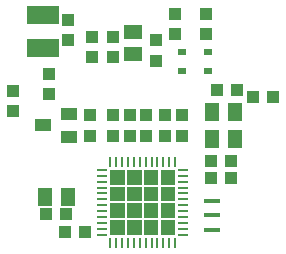
<source format=gbr>
G04 EAGLE Gerber RS-274X export*
G75*
%MOMM*%
%FSLAX34Y34*%
%LPD*%
%INSolderpaste Bottom*%
%IPPOS*%
%AMOC8*
5,1,8,0,0,1.08239X$1,22.5*%
G01*
%ADD10R,1.100000X1.000000*%
%ADD11R,1.300000X1.500000*%
%ADD12R,1.000000X1.100000*%
%ADD13R,1.399997X0.400000*%
%ADD14R,0.812800X0.254000*%
%ADD15R,0.254000X0.812800*%
%ADD16R,1.400000X1.000000*%
%ADD17R,1.500000X1.300000*%
%ADD18R,0.800000X0.500000*%
%ADD19R,2.700000X1.600000*%

G36*
X332441Y281799D02*
X332441Y281799D01*
X332443Y281798D01*
X332486Y281818D01*
X332529Y281836D01*
X332530Y281838D01*
X332532Y281839D01*
X332565Y281924D01*
X332565Y294148D01*
X332564Y294150D01*
X332565Y294152D01*
X332545Y294195D01*
X332526Y294239D01*
X332524Y294239D01*
X332523Y294241D01*
X332439Y294274D01*
X320215Y294274D01*
X320213Y294273D01*
X320210Y294274D01*
X320167Y294254D01*
X320124Y294236D01*
X320123Y294234D01*
X320121Y294233D01*
X320088Y294148D01*
X320088Y281924D01*
X320089Y281922D01*
X320088Y281920D01*
X320108Y281877D01*
X320127Y281833D01*
X320129Y281833D01*
X320130Y281831D01*
X320215Y281798D01*
X332439Y281798D01*
X332441Y281799D01*
G37*
G36*
X360889Y281799D02*
X360889Y281799D01*
X360891Y281798D01*
X360934Y281818D01*
X360977Y281836D01*
X360978Y281838D01*
X360980Y281839D01*
X361013Y281924D01*
X361013Y294148D01*
X361012Y294150D01*
X361013Y294152D01*
X360993Y294195D01*
X360974Y294239D01*
X360972Y294239D01*
X360971Y294241D01*
X360887Y294274D01*
X348663Y294274D01*
X348661Y294273D01*
X348658Y294274D01*
X348615Y294254D01*
X348572Y294236D01*
X348571Y294234D01*
X348569Y294233D01*
X348536Y294148D01*
X348536Y281924D01*
X348537Y281922D01*
X348536Y281920D01*
X348556Y281877D01*
X348575Y281833D01*
X348577Y281833D01*
X348578Y281831D01*
X348663Y281798D01*
X360887Y281798D01*
X360889Y281799D01*
G37*
G36*
X346665Y281799D02*
X346665Y281799D01*
X346667Y281798D01*
X346710Y281818D01*
X346753Y281836D01*
X346754Y281838D01*
X346756Y281839D01*
X346789Y281924D01*
X346789Y294148D01*
X346788Y294150D01*
X346789Y294152D01*
X346769Y294195D01*
X346750Y294239D01*
X346748Y294239D01*
X346747Y294241D01*
X346663Y294274D01*
X334439Y294274D01*
X334437Y294273D01*
X334434Y294274D01*
X334391Y294254D01*
X334348Y294236D01*
X334347Y294234D01*
X334345Y294233D01*
X334312Y294148D01*
X334312Y281924D01*
X334313Y281922D01*
X334312Y281920D01*
X334332Y281877D01*
X334351Y281833D01*
X334353Y281833D01*
X334354Y281831D01*
X334439Y281798D01*
X346663Y281798D01*
X346665Y281799D01*
G37*
G36*
X375113Y281799D02*
X375113Y281799D01*
X375115Y281798D01*
X375158Y281818D01*
X375201Y281836D01*
X375202Y281838D01*
X375204Y281839D01*
X375237Y281924D01*
X375237Y294148D01*
X375236Y294150D01*
X375237Y294152D01*
X375217Y294195D01*
X375198Y294239D01*
X375196Y294239D01*
X375195Y294241D01*
X375111Y294274D01*
X362887Y294274D01*
X362885Y294273D01*
X362882Y294274D01*
X362839Y294254D01*
X362796Y294236D01*
X362795Y294234D01*
X362793Y294233D01*
X362760Y294148D01*
X362760Y281924D01*
X362761Y281922D01*
X362760Y281920D01*
X362780Y281877D01*
X362799Y281833D01*
X362801Y281833D01*
X362802Y281831D01*
X362887Y281798D01*
X375111Y281798D01*
X375113Y281799D01*
G37*
G36*
X360889Y267575D02*
X360889Y267575D01*
X360891Y267574D01*
X360934Y267594D01*
X360977Y267612D01*
X360978Y267614D01*
X360980Y267615D01*
X361013Y267700D01*
X361013Y279924D01*
X361012Y279926D01*
X361013Y279928D01*
X360993Y279971D01*
X360974Y280015D01*
X360972Y280015D01*
X360971Y280017D01*
X360887Y280050D01*
X348663Y280050D01*
X348661Y280049D01*
X348658Y280050D01*
X348615Y280030D01*
X348572Y280012D01*
X348571Y280010D01*
X348569Y280009D01*
X348536Y279924D01*
X348536Y267700D01*
X348537Y267698D01*
X348536Y267696D01*
X348556Y267653D01*
X348575Y267609D01*
X348577Y267609D01*
X348578Y267607D01*
X348663Y267574D01*
X360887Y267574D01*
X360889Y267575D01*
G37*
G36*
X332441Y267575D02*
X332441Y267575D01*
X332443Y267574D01*
X332486Y267594D01*
X332529Y267612D01*
X332530Y267614D01*
X332532Y267615D01*
X332565Y267700D01*
X332565Y279924D01*
X332564Y279926D01*
X332565Y279928D01*
X332545Y279971D01*
X332526Y280015D01*
X332524Y280015D01*
X332523Y280017D01*
X332439Y280050D01*
X320215Y280050D01*
X320213Y280049D01*
X320210Y280050D01*
X320167Y280030D01*
X320124Y280012D01*
X320123Y280010D01*
X320121Y280009D01*
X320088Y279924D01*
X320088Y267700D01*
X320089Y267698D01*
X320088Y267696D01*
X320108Y267653D01*
X320127Y267609D01*
X320129Y267609D01*
X320130Y267607D01*
X320215Y267574D01*
X332439Y267574D01*
X332441Y267575D01*
G37*
G36*
X346665Y267575D02*
X346665Y267575D01*
X346667Y267574D01*
X346710Y267594D01*
X346753Y267612D01*
X346754Y267614D01*
X346756Y267615D01*
X346789Y267700D01*
X346789Y279924D01*
X346788Y279926D01*
X346789Y279928D01*
X346769Y279971D01*
X346750Y280015D01*
X346748Y280015D01*
X346747Y280017D01*
X346663Y280050D01*
X334439Y280050D01*
X334437Y280049D01*
X334434Y280050D01*
X334391Y280030D01*
X334348Y280012D01*
X334347Y280010D01*
X334345Y280009D01*
X334312Y279924D01*
X334312Y267700D01*
X334313Y267698D01*
X334312Y267696D01*
X334332Y267653D01*
X334351Y267609D01*
X334353Y267609D01*
X334354Y267607D01*
X334439Y267574D01*
X346663Y267574D01*
X346665Y267575D01*
G37*
G36*
X375113Y267575D02*
X375113Y267575D01*
X375115Y267574D01*
X375158Y267594D01*
X375201Y267612D01*
X375202Y267614D01*
X375204Y267615D01*
X375237Y267700D01*
X375237Y279924D01*
X375236Y279926D01*
X375237Y279928D01*
X375217Y279971D01*
X375198Y280015D01*
X375196Y280015D01*
X375195Y280017D01*
X375111Y280050D01*
X362887Y280050D01*
X362885Y280049D01*
X362882Y280050D01*
X362839Y280030D01*
X362796Y280012D01*
X362795Y280010D01*
X362793Y280009D01*
X362760Y279924D01*
X362760Y267700D01*
X362761Y267698D01*
X362760Y267696D01*
X362780Y267653D01*
X362799Y267609D01*
X362801Y267609D01*
X362802Y267607D01*
X362887Y267574D01*
X375111Y267574D01*
X375113Y267575D01*
G37*
G36*
X332441Y253351D02*
X332441Y253351D01*
X332443Y253350D01*
X332486Y253370D01*
X332529Y253388D01*
X332530Y253390D01*
X332532Y253391D01*
X332565Y253476D01*
X332565Y265700D01*
X332564Y265702D01*
X332565Y265704D01*
X332545Y265747D01*
X332526Y265791D01*
X332524Y265791D01*
X332523Y265793D01*
X332439Y265826D01*
X320215Y265826D01*
X320213Y265825D01*
X320210Y265826D01*
X320167Y265806D01*
X320124Y265788D01*
X320123Y265786D01*
X320121Y265785D01*
X320088Y265700D01*
X320088Y253476D01*
X320089Y253474D01*
X320088Y253472D01*
X320108Y253429D01*
X320127Y253385D01*
X320129Y253385D01*
X320130Y253383D01*
X320215Y253350D01*
X332439Y253350D01*
X332441Y253351D01*
G37*
G36*
X360889Y253351D02*
X360889Y253351D01*
X360891Y253350D01*
X360934Y253370D01*
X360977Y253388D01*
X360978Y253390D01*
X360980Y253391D01*
X361013Y253476D01*
X361013Y265700D01*
X361012Y265702D01*
X361013Y265704D01*
X360993Y265747D01*
X360974Y265791D01*
X360972Y265791D01*
X360971Y265793D01*
X360887Y265826D01*
X348663Y265826D01*
X348661Y265825D01*
X348658Y265826D01*
X348615Y265806D01*
X348572Y265788D01*
X348571Y265786D01*
X348569Y265785D01*
X348536Y265700D01*
X348536Y253476D01*
X348537Y253474D01*
X348536Y253472D01*
X348556Y253429D01*
X348575Y253385D01*
X348577Y253385D01*
X348578Y253383D01*
X348663Y253350D01*
X360887Y253350D01*
X360889Y253351D01*
G37*
G36*
X346665Y253351D02*
X346665Y253351D01*
X346667Y253350D01*
X346710Y253370D01*
X346753Y253388D01*
X346754Y253390D01*
X346756Y253391D01*
X346789Y253476D01*
X346789Y265700D01*
X346788Y265702D01*
X346789Y265704D01*
X346769Y265747D01*
X346750Y265791D01*
X346748Y265791D01*
X346747Y265793D01*
X346663Y265826D01*
X334439Y265826D01*
X334437Y265825D01*
X334434Y265826D01*
X334391Y265806D01*
X334348Y265788D01*
X334347Y265786D01*
X334345Y265785D01*
X334312Y265700D01*
X334312Y253476D01*
X334313Y253474D01*
X334312Y253472D01*
X334332Y253429D01*
X334351Y253385D01*
X334353Y253385D01*
X334354Y253383D01*
X334439Y253350D01*
X346663Y253350D01*
X346665Y253351D01*
G37*
G36*
X375113Y253351D02*
X375113Y253351D01*
X375115Y253350D01*
X375158Y253370D01*
X375201Y253388D01*
X375202Y253390D01*
X375204Y253391D01*
X375237Y253476D01*
X375237Y265700D01*
X375236Y265702D01*
X375237Y265704D01*
X375217Y265747D01*
X375198Y265791D01*
X375196Y265791D01*
X375195Y265793D01*
X375111Y265826D01*
X362887Y265826D01*
X362885Y265825D01*
X362882Y265826D01*
X362839Y265806D01*
X362796Y265788D01*
X362795Y265786D01*
X362793Y265785D01*
X362760Y265700D01*
X362760Y253476D01*
X362761Y253474D01*
X362760Y253472D01*
X362780Y253429D01*
X362799Y253385D01*
X362801Y253385D01*
X362802Y253383D01*
X362887Y253350D01*
X375111Y253350D01*
X375113Y253351D01*
G37*
G36*
X346665Y239127D02*
X346665Y239127D01*
X346667Y239126D01*
X346710Y239146D01*
X346753Y239164D01*
X346754Y239166D01*
X346756Y239167D01*
X346789Y239252D01*
X346789Y251476D01*
X346788Y251478D01*
X346789Y251480D01*
X346769Y251523D01*
X346750Y251567D01*
X346748Y251567D01*
X346747Y251569D01*
X346663Y251602D01*
X334439Y251602D01*
X334437Y251601D01*
X334434Y251602D01*
X334391Y251582D01*
X334348Y251564D01*
X334347Y251562D01*
X334345Y251561D01*
X334312Y251476D01*
X334312Y239252D01*
X334313Y239250D01*
X334312Y239248D01*
X334332Y239205D01*
X334351Y239161D01*
X334353Y239161D01*
X334354Y239159D01*
X334439Y239126D01*
X346663Y239126D01*
X346665Y239127D01*
G37*
G36*
X360889Y239127D02*
X360889Y239127D01*
X360891Y239126D01*
X360934Y239146D01*
X360977Y239164D01*
X360978Y239166D01*
X360980Y239167D01*
X361013Y239252D01*
X361013Y251476D01*
X361012Y251478D01*
X361013Y251480D01*
X360993Y251523D01*
X360974Y251567D01*
X360972Y251567D01*
X360971Y251569D01*
X360887Y251602D01*
X348663Y251602D01*
X348661Y251601D01*
X348658Y251602D01*
X348615Y251582D01*
X348572Y251564D01*
X348571Y251562D01*
X348569Y251561D01*
X348536Y251476D01*
X348536Y239252D01*
X348537Y239250D01*
X348536Y239248D01*
X348556Y239205D01*
X348575Y239161D01*
X348577Y239161D01*
X348578Y239159D01*
X348663Y239126D01*
X360887Y239126D01*
X360889Y239127D01*
G37*
G36*
X375113Y239127D02*
X375113Y239127D01*
X375115Y239126D01*
X375158Y239146D01*
X375201Y239164D01*
X375202Y239166D01*
X375204Y239167D01*
X375237Y239252D01*
X375237Y251476D01*
X375236Y251478D01*
X375237Y251480D01*
X375217Y251523D01*
X375198Y251567D01*
X375196Y251567D01*
X375195Y251569D01*
X375111Y251602D01*
X362887Y251602D01*
X362885Y251601D01*
X362882Y251602D01*
X362839Y251582D01*
X362796Y251564D01*
X362795Y251562D01*
X362793Y251561D01*
X362760Y251476D01*
X362760Y239252D01*
X362761Y239250D01*
X362760Y239248D01*
X362780Y239205D01*
X362799Y239161D01*
X362801Y239161D01*
X362802Y239159D01*
X362887Y239126D01*
X375111Y239126D01*
X375113Y239127D01*
G37*
G36*
X332441Y239127D02*
X332441Y239127D01*
X332443Y239126D01*
X332486Y239146D01*
X332529Y239164D01*
X332530Y239166D01*
X332532Y239167D01*
X332565Y239252D01*
X332565Y251476D01*
X332564Y251478D01*
X332565Y251480D01*
X332545Y251523D01*
X332526Y251567D01*
X332524Y251567D01*
X332523Y251569D01*
X332439Y251602D01*
X320215Y251602D01*
X320213Y251601D01*
X320210Y251602D01*
X320167Y251582D01*
X320124Y251564D01*
X320123Y251562D01*
X320121Y251561D01*
X320088Y251476D01*
X320088Y239252D01*
X320089Y239250D01*
X320088Y239248D01*
X320108Y239205D01*
X320127Y239161D01*
X320129Y239161D01*
X320130Y239159D01*
X320215Y239126D01*
X332439Y239126D01*
X332441Y239127D01*
G37*
D10*
X422838Y287338D03*
X405838Y287338D03*
D11*
X406425Y320675D03*
X425425Y320675D03*
D12*
X282013Y241300D03*
X299013Y241300D03*
D13*
X406400Y267587D03*
X406400Y255588D03*
X406400Y243588D03*
D10*
X457763Y355600D03*
X440763Y355600D03*
X422838Y301625D03*
X405838Y301625D03*
X283138Y257175D03*
X266138Y257175D03*
D11*
X265138Y271463D03*
X284138Y271463D03*
D10*
X238125Y360925D03*
X238125Y343925D03*
D11*
X406425Y342900D03*
X425425Y342900D03*
D12*
X427600Y361950D03*
X410600Y361950D03*
D14*
X382207Y294207D03*
X382207Y289206D03*
X382207Y284204D03*
X382207Y279203D03*
X382207Y274202D03*
X382207Y269201D03*
X382207Y264199D03*
X382207Y259198D03*
X382207Y254197D03*
X382207Y249196D03*
X382207Y244194D03*
X382207Y239193D03*
D15*
X375170Y232156D03*
X370169Y232156D03*
X365167Y232156D03*
X360166Y232156D03*
X355165Y232156D03*
X350164Y232156D03*
X345162Y232156D03*
X340161Y232156D03*
X335160Y232156D03*
X330159Y232156D03*
X325157Y232156D03*
X320156Y232156D03*
D14*
X313119Y239193D03*
X313119Y244194D03*
X313119Y249196D03*
X313119Y254197D03*
X313119Y259198D03*
X313119Y264199D03*
X313119Y269201D03*
X313119Y274202D03*
X313119Y279203D03*
X313119Y284204D03*
X313119Y289206D03*
X313119Y294207D03*
D15*
X320156Y301244D03*
X325157Y301244D03*
X330159Y301244D03*
X335160Y301244D03*
X340161Y301244D03*
X345162Y301244D03*
X350164Y301244D03*
X355165Y301244D03*
X360166Y301244D03*
X365167Y301244D03*
X370169Y301244D03*
X375170Y301244D03*
D10*
X366713Y340288D03*
X366713Y323288D03*
X381000Y340288D03*
X381000Y323288D03*
X358775Y386788D03*
X358775Y403788D03*
X322263Y340288D03*
X322263Y323288D03*
X350838Y340288D03*
X350838Y323288D03*
X336550Y340288D03*
X336550Y323288D03*
D16*
X263638Y331788D03*
X285638Y322288D03*
X285638Y341288D03*
D10*
X322263Y406963D03*
X322263Y389963D03*
X303213Y323288D03*
X303213Y340288D03*
D17*
X339725Y392138D03*
X339725Y411138D03*
D12*
X401638Y426013D03*
X401638Y409013D03*
X374650Y426013D03*
X374650Y409013D03*
X284163Y421250D03*
X284163Y404250D03*
D18*
X381113Y377825D03*
X403113Y377825D03*
X381113Y393700D03*
X403113Y393700D03*
D10*
X268288Y358213D03*
X268288Y375213D03*
X304800Y389963D03*
X304800Y406963D03*
D19*
X263525Y397163D03*
X263525Y425163D03*
M02*

</source>
